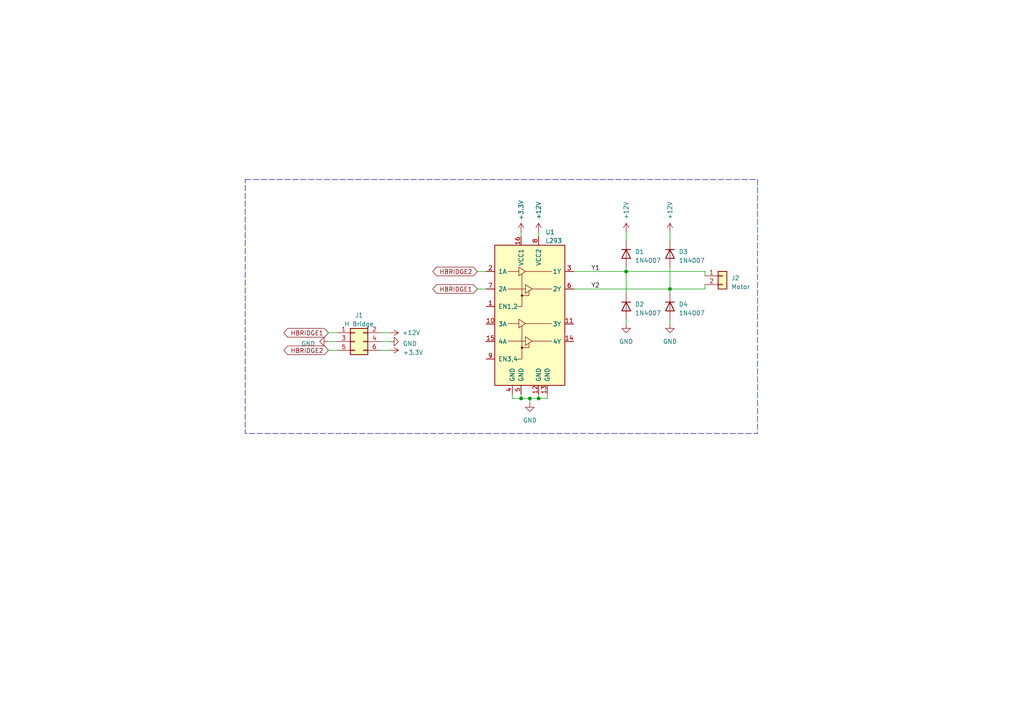
<source format=kicad_sch>
(kicad_sch (version 20230121) (generator eeschema)
  (paper "A4")
  (lib_symbols
    (symbol "Connector_Generic:Conn_01x02" (pin_names (offset 1.016) hide)
      (property "Reference" "J" (at 0 2.54 0))
      (property "Value" "Conn_01x02" (at 0 -5.08 0))
      (symbol "Conn_01x02_1_1"
        (rectangle (start -1.27 -2.413) (end 0 -2.667) (stroke (width 0.1524)))
        (rectangle (start -1.27 0.127) (end 0 -0.127) (stroke (width 0.1524)))
        (rectangle (start -1.27 1.27) (end 1.27 -3.81) (stroke (width 0.254)) (fill (type background)))
        (pin passive line (at -5.08 0 0) (length 3.81) (name "Pin_1") (number "1"))
        (pin passive line (at -5.08 -2.54 0) (length 3.81) (name "Pin_2") (number "2"))
      )
    )
    (symbol "Connector_Generic:Conn_02x03_Odd_Even" (pin_names (offset 1.016) hide)
      (property "Reference" "J" (at 1.27 5.08 0))
      (property "Value" "Conn_02x03_Odd_Even" (at 1.27 -5.08 0))
      (symbol "Conn_02x03_Odd_Even_1_1"
        (rectangle (start -1.27 -2.413) (end 0 -2.667) (stroke (width 0.1524)))
        (rectangle (start -1.27 0.127) (end 0 -0.127) (stroke (width 0.1524)))
        (rectangle (start -1.27 2.667) (end 0 2.413) (stroke (width 0.1524)))
        (rectangle (start -1.27 3.81) (end 3.81 -3.81) (stroke (width 0.254)) (fill (type background)))
        (rectangle (start 3.81 -2.413) (end 2.54 -2.667) (stroke (width 0.1524)))
        (rectangle (start 3.81 0.127) (end 2.54 -0.127) (stroke (width 0.1524)))
        (rectangle (start 3.81 2.667) (end 2.54 2.413) (stroke (width 0.1524)))
        (pin passive line (at -5.08 2.54 0) (length 3.81) (name "Pin_1") (number "1"))
        (pin passive line (at 7.62 2.54 180) (length 3.81) (name "Pin_2") (number "2"))
        (pin passive line (at -5.08 0 0) (length 3.81) (name "Pin_3") (number "3"))
        (pin passive line (at 7.62 0 180) (length 3.81) (name "Pin_4") (number "4"))
        (pin passive line (at -5.08 -2.54 0) (length 3.81) (name "Pin_5") (number "5"))
        (pin passive line (at 7.62 -2.54 180) (length 3.81) (name "Pin_6") (number "6"))
      )
    )
    (symbol "Diode:1N4007" (pin_numbers hide) (pin_names hide)
      (property "Reference" "D" (at 0 2.54 0))
      (property "Value" "1N4007" (at 0 -2.54 0))
      (symbol "1N4007_0_1"
        (polyline (pts (xy -1.27 1.27) (xy -1.27 -1.27)) (stroke (width 0.254)))
        (polyline (pts (xy 1.27 0) (xy -1.27 0)))
        (polyline (pts (xy 1.27 1.27) (xy 1.27 -1.27) (xy -1.27 0) (xy 1.27 1.27)) (stroke (width 0.254)))
      )
      (symbol "1N4007_1_1"
        (pin passive line (at -3.81 0 0) (length 2.54) (name "K") (number "1"))
        (pin passive line (at 3.81 0 180) (length 2.54) (name "A") (number "2"))
      )
    )
    (symbol "Driver_Motor:L293" (pin_names (offset 1.016))
      (property "Reference" "U" (at -5.08 26.035 0))
      (property "Value" "L293" (at -5.08 24.13 0))
      (symbol "L293_0_1"
        (rectangle (start -10.16 22.86) (end 10.16 -17.78) (stroke (width 0.254)) (fill (type background)))
        (circle (center -2.286 -6.858) (radius 0.254) (fill (type outline)))
        (circle (center -2.286 8.255) (radius 0.254) (fill (type outline)))
        (polyline (pts (xy -6.35 -4.953) (xy -1.27 -4.953)))
        (polyline (pts (xy -6.35 0.127) (xy -3.175 0.127)))
        (polyline (pts (xy -6.35 10.16) (xy -1.27 10.16)))
        (polyline (pts (xy -6.35 15.24) (xy -3.175 15.24)))
        (polyline (pts (xy -1.27 0.127) (xy 6.35 0.127)))
        (polyline (pts (xy -1.27 15.24) (xy 6.35 15.24)))
        (polyline (pts (xy 0.635 -4.953) (xy 6.35 -4.953)))
        (polyline (pts (xy 0.635 10.16) (xy 6.35 10.16)))
        (polyline (pts (xy -2.286 -6.858) (xy -0.254 -6.858) (xy -0.254 -5.588)))
        (polyline (pts (xy -2.286 -0.635) (xy -2.286 -10.16) (xy -3.556 -10.16)))
        (polyline (pts (xy -2.286 8.255) (xy -0.254 8.255) (xy -0.254 9.525)))
        (polyline (pts (xy -2.286 14.478) (xy -2.286 5.08) (xy -3.556 5.08)))
        (polyline (pts (xy -3.175 1.397) (xy -3.175 -1.143) (xy -1.27 0.127) (xy -3.175 1.397)))
        (polyline (pts (xy -3.175 16.51) (xy -3.175 13.97) (xy -1.27 15.24) (xy -3.175 16.51)))
        (polyline (pts (xy -1.27 -3.683) (xy -1.27 -6.223) (xy 0.635 -4.953) (xy -1.27 -3.683)))
        (polyline (pts (xy -1.27 11.43) (xy -1.27 8.89) (xy 0.635 10.16) (xy -1.27 11.43)))
      )
      (symbol "L293_1_1"
        (pin input line (at -12.7 5.08 0) (length 2.54) (name "EN1,2") (number "1"))
        (pin input line (at -12.7 0 0) (length 2.54) (name "3A") (number "10"))
        (pin output line (at 12.7 0 180) (length 2.54) (name "3Y") (number "11"))
        (pin power_in line (at 2.54 -20.32 90) (length 2.54) (name "GND") (number "12"))
        (pin power_in line (at 5.08 -20.32 90) (length 2.54) (name "GND") (number "13"))
        (pin output line (at 12.7 -5.08 180) (length 2.54) (name "4Y") (number "14"))
        (pin input line (at -12.7 -5.08 0) (length 2.54) (name "4A") (number "15"))
        (pin power_in line (at -2.54 25.4 270) (length 2.54) (name "VCC1") (number "16"))
        (pin input line (at -12.7 15.24 0) (length 2.54) (name "1A") (number "2"))
        (pin output line (at 12.7 15.24 180) (length 2.54) (name "1Y") (number "3"))
        (pin power_in line (at -5.08 -20.32 90) (length 2.54) (name "GND") (number "4"))
        (pin power_in line (at -2.54 -20.32 90) (length 2.54) (name "GND") (number "5"))
        (pin output line (at 12.7 10.16 180) (length 2.54) (name "2Y") (number "6"))
        (pin input line (at -12.7 10.16 0) (length 2.54) (name "2A") (number "7"))
        (pin power_in line (at 2.54 25.4 270) (length 2.54) (name "VCC2") (number "8"))
        (pin input line (at -12.7 -10.16 0) (length 2.54) (name "EN3,4") (number "9"))
      )
    )
    (symbol "power:+12V" (power) (pin_names (offset 0))
      (property "Value" "+12V" (at 0 3.556 0))
      (symbol "+12V_0_1"
        (polyline (pts (xy -0.762 1.27) (xy 0 2.54)))
        (polyline (pts (xy 0 0) (xy 0 2.54)))
        (polyline (pts (xy 0 2.54) (xy 0.762 1.27)))
      )
      (symbol "+12V_1_1"
        (pin power_in line (at 0 0 90) (length 0) hide (name "+12V") (number "1"))
      )
    )
    (symbol "power:+3.3V" (power) (pin_names (offset 0))
      (property "Value" "+3.3V" (at 0 3.556 0))
      (symbol "+3.3V_0_1"
        (polyline (pts (xy -0.762 1.27) (xy 0 2.54)))
        (polyline (pts (xy 0 0) (xy 0 2.54)))
        (polyline (pts (xy 0 2.54) (xy 0.762 1.27)))
      )
      (symbol "+3.3V_1_1"
        (pin power_in line (at 0 0 90) (length 0) hide (name "+3.3V") (number "1"))
      )
    )
    (symbol "power:GND" (power) (pin_names (offset 0))
      (property "Value" "GND" (at 0 -3.81 0))
      (symbol "GND_0_1"
        (polyline (pts (xy 0 0) (xy 0 -1.27) (xy 1.27 -1.27) (xy 0 -2.54) (xy -1.27 -1.27) (xy 0 -1.27)))
      )
      (symbol "GND_1_1"
        (pin power_in line (at 0 0 270) (length 0) hide (name "GND") (number "1"))
      )
    )
  )
  (junction (at 151.13 115.57))
  (junction (at 156.21 115.57))
  (junction (at 153.67 115.57))
  (junction (at 181.61 78.74))
  (junction (at 194.31 83.82))
  (wire (pts (xy 153.67 115.57) (xy 156.21 115.57)))
  (wire (pts (xy 181.61 78.74) (xy 204.47 78.74)))
  (wire (pts (xy 156.21 67.31) (xy 156.21 68.58)))
  (wire (pts (xy 95.25 101.6) (xy 97.79 101.6)))
  (wire (pts (xy 158.75 115.57) (xy 158.75 114.3)))
  (wire (pts (xy 138.43 78.74) (xy 140.97 78.74)))
  (wire (pts (xy 194.31 92.71) (xy 194.31 93.98)))
  (wire (pts (xy 181.61 67.31) (xy 181.61 69.85)))
  (wire (pts (xy 95.25 99.06) (xy 97.79 99.06)))
  (wire (pts (xy 148.59 114.3) (xy 148.59 115.57)))
  (wire (pts (xy 110.49 96.52) (xy 113.03 96.52)))
  (wire (pts (xy 166.37 83.82) (xy 194.31 83.82)))
  (wire (pts (xy 151.13 115.57) (xy 153.67 115.57)))
  (wire (pts (xy 166.37 78.74) (xy 181.61 78.74)))
  (wire (pts (xy 153.67 115.57) (xy 153.67 116.84)))
  (wire (pts (xy 194.31 77.47) (xy 194.31 83.82)))
  (wire (pts (xy 204.47 78.74) (xy 204.47 80.01)))
  (wire (pts (xy 156.21 114.3) (xy 156.21 115.57)))
  (wire (pts (xy 95.25 96.52) (xy 97.79 96.52)))
  (wire (pts (xy 138.43 83.82) (xy 140.97 83.82)))
  (wire (pts (xy 194.31 83.82) (xy 194.31 85.09)))
  (wire (pts (xy 181.61 78.74) (xy 181.61 85.09)))
  (wire (pts (xy 204.47 82.55) (xy 204.47 83.82)))
  (wire (pts (xy 110.49 101.6) (xy 113.03 101.6)))
  (wire (pts (xy 181.61 77.47) (xy 181.61 78.74)))
  (wire (pts (xy 151.13 67.31) (xy 151.13 68.58)))
  (wire (pts (xy 151.13 114.3) (xy 151.13 115.57)))
  (wire (pts (xy 194.31 83.82) (xy 204.47 83.82)))
  (wire (pts (xy 148.59 115.57) (xy 151.13 115.57)))
  (wire (pts (xy 156.21 115.57) (xy 158.75 115.57)))
  (wire (pts (xy 110.49 99.06) (xy 113.03 99.06)))
  (wire (pts (xy 194.31 67.31) (xy 194.31 69.85)))
  (wire (pts (xy 181.61 92.71) (xy 181.61 93.98)))
  (rectangle (start 71.12 52.07) (end 219.71 125.73) (stroke (width 0) (type dash)))
  (label "Y2" (at 171.45 83.82 0))
  (label "Y1" (at 171.45 78.74 0))
  (global_label "HBRIDGE1" (shape bidirectional) (at 95.25 96.52 180) (property "Intersheetrefs" "${INTERSHEET_REFS}" (effects hide)))
  (global_label "HBRIDGE1" (shape bidirectional) (at 138.43 83.82 180) (property "Intersheetrefs" "${INTERSHEET_REFS}" (effects hide)))
  (global_label "HBRIDGE2" (shape bidirectional) (at 138.43 78.74 180) (property "Intersheetrefs" "${INTERSHEET_REFS}" (effects hide)))
  (global_label "HBRIDGE2" (shape bidirectional) (at 95.25 101.6 180) (property "Intersheetrefs" "${INTERSHEET_REFS}" (effects hide)))
  (symbol (lib_id "Diode:1N4007") (at 181.61 88.9 270) (unit 1)
    (property "Reference" "D2" (at 184.15 88.265 90) (effects (justify left)))
    (property "Value" "1N4007" (at 184.15 90.805 90) (effects (justify left)))
    (property "Footprint" "Diode_THT:D_DO-41_SOD81_P10.16mm_Horizontal" (effects hide))
    (property "Datasheet" "http://www.vishay.com/docs/88503/1n4001.pdf" (effects hide))
    (property "Sim.Device" "D" (effects hide))
    (property "Sim.Pins" "1=K 2=A" (effects hide))
  )
  (symbol (lib_id "Diode:1N4007") (at 181.61 73.66 270) (unit 1)
    (property "Reference" "D1" (at 184.15 73.025 90) (effects (justify left)))
    (property "Value" "1N4007" (at 184.15 75.565 90) (effects (justify left)))
    (property "Footprint" "Diode_THT:D_DO-41_SOD81_P10.16mm_Horizontal" (effects hide))
    (property "Datasheet" "http://www.vishay.com/docs/88503/1n4001.pdf" (effects hide))
    (property "Sim.Device" "D" (effects hide))
    (property "Sim.Pins" "1=K 2=A" (effects hide))
  )
  (symbol (lib_id "Diode:1N4007") (at 194.31 73.66 270) (unit 1)
    (property "Reference" "D3" (at 196.85 73.025 90) (effects (justify left)))
    (property "Value" "1N4007" (at 196.85 75.565 90) (effects (justify left)))
    (property "Footprint" "Diode_THT:D_DO-41_SOD81_P10.16mm_Horizontal" (effects hide))
    (property "Datasheet" "http://www.vishay.com/docs/88503/1n4001.pdf" (effects hide))
    (property "Sim.Device" "D" (effects hide))
    (property "Sim.Pins" "1=K 2=A" (effects hide))
  )
  (symbol (lib_id "power:+12V") (at 194.31 67.31 0) (unit 1)
    (property "Reference" "#PWR010" (effects hide))
    (property "Value" "+12V" (at 194.31 58.42 90) (effects (justify right)))
  )
  (symbol (lib_id "power:GND") (at 181.61 93.98 0) (unit 1)
    (property "Reference" "#PWR09" (effects hide))
    (property "Value" "GND" (at 181.61 99.06 0))
  )
  (symbol (lib_id "power:GND") (at 95.25 99.06 270) (mirror x) (unit 1)
    (property "Reference" "#PWR01" (effects hide))
    (property "Value" "GND" (at 91.44 99.695 90) (effects (justify right)))
  )
  (symbol (lib_id "Connector_Generic:Conn_01x02") (at 209.55 80.01 0) (unit 1)
    (property "Reference" "J2" (at 212.09 80.645 0) (effects (justify left)))
    (property "Value" "Motor" (at 212.09 83.185 0) (effects (justify left)))
    (property "Footprint" "Connector_PinHeader_2.54mm:PinHeader_1x02_P2.54mm_Vertical" (effects hide))
  )
  (symbol (lib_id "Diode:1N4007") (at 194.31 88.9 270) (unit 1)
    (property "Reference" "D4" (at 196.85 88.265 90) (effects (justify left)))
    (property "Value" "1N4007" (at 196.85 90.805 90) (effects (justify left)))
    (property "Footprint" "Diode_THT:D_DO-41_SOD81_P10.16mm_Horizontal" (effects hide))
    (property "Datasheet" "http://www.vishay.com/docs/88503/1n4001.pdf" (effects hide))
    (property "Sim.Device" "D" (effects hide))
    (property "Sim.Pins" "1=K 2=A" (effects hide))
  )
  (symbol (lib_id "power:GND") (at 194.31 93.98 0) (unit 1)
    (property "Reference" "#PWR011" (effects hide))
    (property "Value" "GND" (at 194.31 99.06 0))
  )
  (symbol (lib_id "Driver_Motor:L293") (at 153.67 93.98 0) (unit 1)
    (property "Reference" "U1" (at 158.1659 67.31 0) (effects (justify left)))
    (property "Value" "L293" (at 158.1659 69.85 0) (effects (justify left)))
    (property "Footprint" "Package_DIP:DIP-16_W7.62mm" (effects hide))
    (property "Datasheet" "http://www.ti.com/lit/ds/symlink/l293.pdf" (effects hide))
  )
  (symbol (lib_id "Connector_Generic:Conn_02x03_Odd_Even") (at 102.87 99.06 0) (unit 1)
    (property "Reference" "J1" (at 104.14 91.44 0))
    (property "Value" "H Bridge" (at 104.14 93.98 0))
    (property "Footprint" "Connector_PinHeader_2.54mm:PinHeader_2x03_P2.54mm_Vertical" (effects hide))
  )
  (symbol (lib_id "power:+12V") (at 156.21 67.31 0) (unit 1)
    (property "Reference" "#PWR07" (effects hide))
    (property "Value" "+12V" (at 156.21 58.42 90) (effects (justify right)))
  )
  (symbol (lib_id "power:GND") (at 153.67 116.84 0) (unit 1)
    (property "Reference" "#PWR06" (effects hide))
    (property "Value" "GND" (at 153.67 121.92 0))
  )
  (symbol (lib_id "power:GND") (at 113.03 99.06 90) (mirror x) (unit 1)
    (property "Reference" "#PWR03" (effects hide))
    (property "Value" "GND" (at 116.84 99.695 90) (effects (justify right)))
  )
  (symbol (lib_id "power:+3.3V") (at 151.13 67.31 0) (unit 1)
    (property "Reference" "#PWR05" (effects hide))
    (property "Value" "+3.3V" (at 151.13 60.96 90))
  )
  (symbol (lib_id "power:+3.3V") (at 113.03 101.6 270) (mirror x) (unit 1)
    (property "Reference" "#PWR04" (effects hide))
    (property "Value" "+3.3V" (at 116.84 102.235 90) (effects (justify left)))
  )
  (symbol (lib_id "power:+12V") (at 113.03 96.52 270) (mirror x) (unit 1)
    (property "Reference" "#PWR02" (effects hide))
    (property "Value" "+12V" (at 121.92 96.52 90) (effects (justify right)))
  )
  (symbol (lib_id "power:+12V") (at 181.61 67.31 0) (unit 1)
    (property "Reference" "#PWR08" (effects hide))
    (property "Value" "+12V" (at 181.61 58.42 90) (effects (justify right)))
  )
)
</source>
